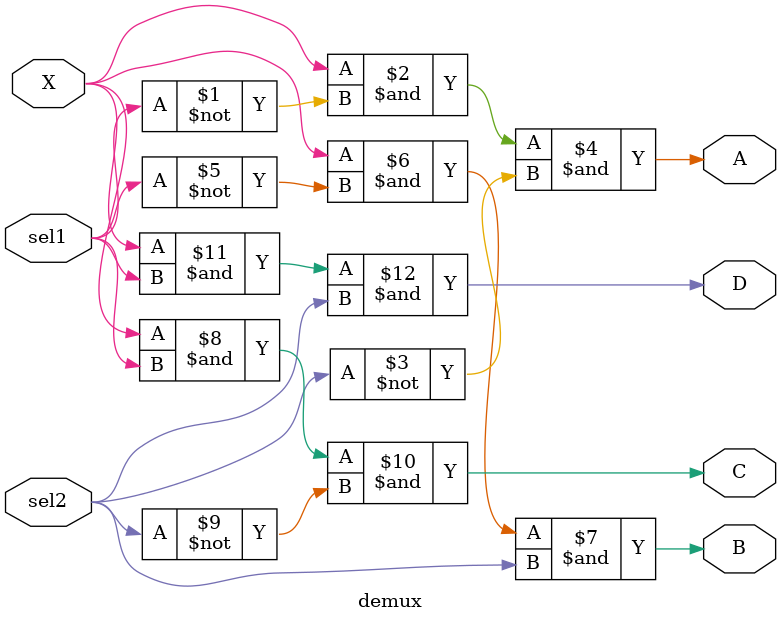
<source format=v>
module demux(X,sel1,sel2,A,B,C,D);
input X,sel1,sel2;
output A,B,C,D;

assign A = X & ~sel1 & ~sel2;
assign B = X & ~sel1 & sel2;
assign C = X & sel1 & ~sel2;
assign D = X & sel1 & sel2;

endmodule
</source>
